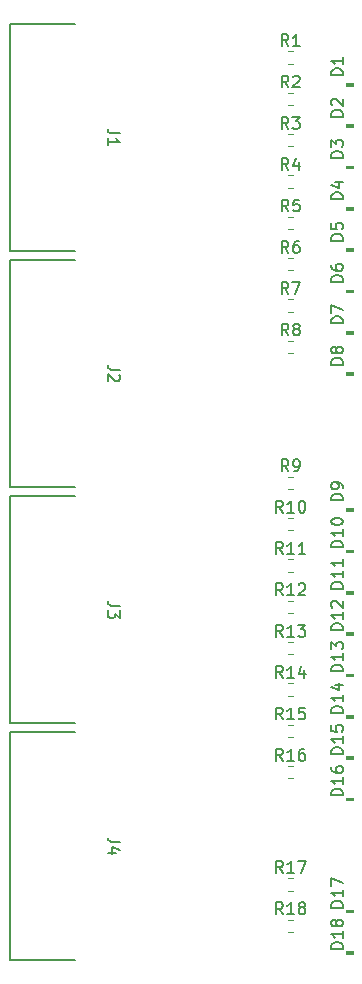
<source format=gbr>
%TF.GenerationSoftware,KiCad,Pcbnew,9.0.6*%
%TF.CreationDate,2025-12-05T19:39:21+03:00*%
%TF.ProjectId,PM_LED-18,504d5f4c-4544-42d3-9138-2e6b69636164,rev?*%
%TF.SameCoordinates,Original*%
%TF.FileFunction,Legend,Top*%
%TF.FilePolarity,Positive*%
%FSLAX46Y46*%
G04 Gerber Fmt 4.6, Leading zero omitted, Abs format (unit mm)*
G04 Created by KiCad (PCBNEW 9.0.6) date 2025-12-05 19:39:21*
%MOMM*%
%LPD*%
G01*
G04 APERTURE LIST*
%ADD10C,0.150000*%
%ADD11C,0.120000*%
%ADD12C,0.100000*%
%ADD13C,0.152400*%
G04 APERTURE END LIST*
D10*
X8833333Y23725181D02*
X8500000Y24201372D01*
X8261905Y23725181D02*
X8261905Y24725181D01*
X8261905Y24725181D02*
X8642857Y24725181D01*
X8642857Y24725181D02*
X8738095Y24677562D01*
X8738095Y24677562D02*
X8785714Y24629943D01*
X8785714Y24629943D02*
X8833333Y24534705D01*
X8833333Y24534705D02*
X8833333Y24391848D01*
X8833333Y24391848D02*
X8785714Y24296610D01*
X8785714Y24296610D02*
X8738095Y24248991D01*
X8738095Y24248991D02*
X8642857Y24201372D01*
X8642857Y24201372D02*
X8261905Y24201372D01*
X9738095Y24725181D02*
X9261905Y24725181D01*
X9261905Y24725181D02*
X9214286Y24248991D01*
X9214286Y24248991D02*
X9261905Y24296610D01*
X9261905Y24296610D02*
X9357143Y24344229D01*
X9357143Y24344229D02*
X9595238Y24344229D01*
X9595238Y24344229D02*
X9690476Y24296610D01*
X9690476Y24296610D02*
X9738095Y24248991D01*
X9738095Y24248991D02*
X9785714Y24153753D01*
X9785714Y24153753D02*
X9785714Y23915658D01*
X9785714Y23915658D02*
X9738095Y23820420D01*
X9738095Y23820420D02*
X9690476Y23772800D01*
X9690476Y23772800D02*
X9595238Y23725181D01*
X9595238Y23725181D02*
X9357143Y23725181D01*
X9357143Y23725181D02*
X9261905Y23772800D01*
X9261905Y23772800D02*
X9214286Y23820420D01*
X13454819Y-11714285D02*
X12454819Y-11714285D01*
X12454819Y-11714285D02*
X12454819Y-11476190D01*
X12454819Y-11476190D02*
X12502438Y-11333333D01*
X12502438Y-11333333D02*
X12597676Y-11238095D01*
X12597676Y-11238095D02*
X12692914Y-11190476D01*
X12692914Y-11190476D02*
X12883390Y-11142857D01*
X12883390Y-11142857D02*
X13026247Y-11142857D01*
X13026247Y-11142857D02*
X13216723Y-11190476D01*
X13216723Y-11190476D02*
X13311961Y-11238095D01*
X13311961Y-11238095D02*
X13407200Y-11333333D01*
X13407200Y-11333333D02*
X13454819Y-11476190D01*
X13454819Y-11476190D02*
X13454819Y-11714285D01*
X13454819Y-10190476D02*
X13454819Y-10761904D01*
X13454819Y-10476190D02*
X12454819Y-10476190D01*
X12454819Y-10476190D02*
X12597676Y-10571428D01*
X12597676Y-10571428D02*
X12692914Y-10666666D01*
X12692914Y-10666666D02*
X12740533Y-10761904D01*
X12550057Y-9809523D02*
X12502438Y-9761904D01*
X12502438Y-9761904D02*
X12454819Y-9666666D01*
X12454819Y-9666666D02*
X12454819Y-9428571D01*
X12454819Y-9428571D02*
X12502438Y-9333333D01*
X12502438Y-9333333D02*
X12550057Y-9285714D01*
X12550057Y-9285714D02*
X12645295Y-9238095D01*
X12645295Y-9238095D02*
X12740533Y-9238095D01*
X12740533Y-9238095D02*
X12883390Y-9285714D01*
X12883390Y-9285714D02*
X13454819Y-9857142D01*
X13454819Y-9857142D02*
X13454819Y-9238095D01*
X8357142Y-1774819D02*
X8023809Y-1298628D01*
X7785714Y-1774819D02*
X7785714Y-774819D01*
X7785714Y-774819D02*
X8166666Y-774819D01*
X8166666Y-774819D02*
X8261904Y-822438D01*
X8261904Y-822438D02*
X8309523Y-870057D01*
X8309523Y-870057D02*
X8357142Y-965295D01*
X8357142Y-965295D02*
X8357142Y-1108152D01*
X8357142Y-1108152D02*
X8309523Y-1203390D01*
X8309523Y-1203390D02*
X8261904Y-1251009D01*
X8261904Y-1251009D02*
X8166666Y-1298628D01*
X8166666Y-1298628D02*
X7785714Y-1298628D01*
X9309523Y-1774819D02*
X8738095Y-1774819D01*
X9023809Y-1774819D02*
X9023809Y-774819D01*
X9023809Y-774819D02*
X8928571Y-917676D01*
X8928571Y-917676D02*
X8833333Y-1012914D01*
X8833333Y-1012914D02*
X8738095Y-1060533D01*
X9928571Y-774819D02*
X10023809Y-774819D01*
X10023809Y-774819D02*
X10119047Y-822438D01*
X10119047Y-822438D02*
X10166666Y-870057D01*
X10166666Y-870057D02*
X10214285Y-965295D01*
X10214285Y-965295D02*
X10261904Y-1155771D01*
X10261904Y-1155771D02*
X10261904Y-1393866D01*
X10261904Y-1393866D02*
X10214285Y-1584342D01*
X10214285Y-1584342D02*
X10166666Y-1679580D01*
X10166666Y-1679580D02*
X10119047Y-1727200D01*
X10119047Y-1727200D02*
X10023809Y-1774819D01*
X10023809Y-1774819D02*
X9928571Y-1774819D01*
X9928571Y-1774819D02*
X9833333Y-1727200D01*
X9833333Y-1727200D02*
X9785714Y-1679580D01*
X9785714Y-1679580D02*
X9738095Y-1584342D01*
X9738095Y-1584342D02*
X9690476Y-1393866D01*
X9690476Y-1393866D02*
X9690476Y-1155771D01*
X9690476Y-1155771D02*
X9738095Y-965295D01*
X9738095Y-965295D02*
X9785714Y-870057D01*
X9785714Y-870057D02*
X9833333Y-822438D01*
X9833333Y-822438D02*
X9928571Y-774819D01*
X13454819Y31761906D02*
X12454819Y31761906D01*
X12454819Y31761906D02*
X12454819Y32000001D01*
X12454819Y32000001D02*
X12502438Y32142858D01*
X12502438Y32142858D02*
X12597676Y32238096D01*
X12597676Y32238096D02*
X12692914Y32285715D01*
X12692914Y32285715D02*
X12883390Y32333334D01*
X12883390Y32333334D02*
X13026247Y32333334D01*
X13026247Y32333334D02*
X13216723Y32285715D01*
X13216723Y32285715D02*
X13311961Y32238096D01*
X13311961Y32238096D02*
X13407200Y32142858D01*
X13407200Y32142858D02*
X13454819Y32000001D01*
X13454819Y32000001D02*
X13454819Y31761906D01*
X12550057Y32714287D02*
X12502438Y32761906D01*
X12502438Y32761906D02*
X12454819Y32857144D01*
X12454819Y32857144D02*
X12454819Y33095239D01*
X12454819Y33095239D02*
X12502438Y33190477D01*
X12502438Y33190477D02*
X12550057Y33238096D01*
X12550057Y33238096D02*
X12645295Y33285715D01*
X12645295Y33285715D02*
X12740533Y33285715D01*
X12740533Y33285715D02*
X12883390Y33238096D01*
X12883390Y33238096D02*
X13454819Y32666668D01*
X13454819Y32666668D02*
X13454819Y33285715D01*
X13454819Y28261906D02*
X12454819Y28261906D01*
X12454819Y28261906D02*
X12454819Y28500001D01*
X12454819Y28500001D02*
X12502438Y28642858D01*
X12502438Y28642858D02*
X12597676Y28738096D01*
X12597676Y28738096D02*
X12692914Y28785715D01*
X12692914Y28785715D02*
X12883390Y28833334D01*
X12883390Y28833334D02*
X13026247Y28833334D01*
X13026247Y28833334D02*
X13216723Y28785715D01*
X13216723Y28785715D02*
X13311961Y28738096D01*
X13311961Y28738096D02*
X13407200Y28642858D01*
X13407200Y28642858D02*
X13454819Y28500001D01*
X13454819Y28500001D02*
X13454819Y28261906D01*
X12454819Y29166668D02*
X12454819Y29785715D01*
X12454819Y29785715D02*
X12835771Y29452382D01*
X12835771Y29452382D02*
X12835771Y29595239D01*
X12835771Y29595239D02*
X12883390Y29690477D01*
X12883390Y29690477D02*
X12931009Y29738096D01*
X12931009Y29738096D02*
X13026247Y29785715D01*
X13026247Y29785715D02*
X13264342Y29785715D01*
X13264342Y29785715D02*
X13359580Y29738096D01*
X13359580Y29738096D02*
X13407200Y29690477D01*
X13407200Y29690477D02*
X13454819Y29595239D01*
X13454819Y29595239D02*
X13454819Y29309525D01*
X13454819Y29309525D02*
X13407200Y29214287D01*
X13407200Y29214287D02*
X13359580Y29166668D01*
X8833333Y1725181D02*
X8500000Y2201372D01*
X8261905Y1725181D02*
X8261905Y2725181D01*
X8261905Y2725181D02*
X8642857Y2725181D01*
X8642857Y2725181D02*
X8738095Y2677562D01*
X8738095Y2677562D02*
X8785714Y2629943D01*
X8785714Y2629943D02*
X8833333Y2534705D01*
X8833333Y2534705D02*
X8833333Y2391848D01*
X8833333Y2391848D02*
X8785714Y2296610D01*
X8785714Y2296610D02*
X8738095Y2248991D01*
X8738095Y2248991D02*
X8642857Y2201372D01*
X8642857Y2201372D02*
X8261905Y2201372D01*
X9309524Y1725181D02*
X9500000Y1725181D01*
X9500000Y1725181D02*
X9595238Y1772800D01*
X9595238Y1772800D02*
X9642857Y1820420D01*
X9642857Y1820420D02*
X9738095Y1963277D01*
X9738095Y1963277D02*
X9785714Y2153753D01*
X9785714Y2153753D02*
X9785714Y2534705D01*
X9785714Y2534705D02*
X9738095Y2629943D01*
X9738095Y2629943D02*
X9690476Y2677562D01*
X9690476Y2677562D02*
X9595238Y2725181D01*
X9595238Y2725181D02*
X9404762Y2725181D01*
X9404762Y2725181D02*
X9309524Y2677562D01*
X9309524Y2677562D02*
X9261905Y2629943D01*
X9261905Y2629943D02*
X9214286Y2534705D01*
X9214286Y2534705D02*
X9214286Y2296610D01*
X9214286Y2296610D02*
X9261905Y2201372D01*
X9261905Y2201372D02*
X9309524Y2153753D01*
X9309524Y2153753D02*
X9404762Y2106134D01*
X9404762Y2106134D02*
X9595238Y2106134D01*
X9595238Y2106134D02*
X9690476Y2153753D01*
X9690476Y2153753D02*
X9738095Y2201372D01*
X9738095Y2201372D02*
X9785714Y2296610D01*
X8833333Y30725181D02*
X8500000Y31201372D01*
X8261905Y30725181D02*
X8261905Y31725181D01*
X8261905Y31725181D02*
X8642857Y31725181D01*
X8642857Y31725181D02*
X8738095Y31677562D01*
X8738095Y31677562D02*
X8785714Y31629943D01*
X8785714Y31629943D02*
X8833333Y31534705D01*
X8833333Y31534705D02*
X8833333Y31391848D01*
X8833333Y31391848D02*
X8785714Y31296610D01*
X8785714Y31296610D02*
X8738095Y31248991D01*
X8738095Y31248991D02*
X8642857Y31201372D01*
X8642857Y31201372D02*
X8261905Y31201372D01*
X9166667Y31725181D02*
X9785714Y31725181D01*
X9785714Y31725181D02*
X9452381Y31344229D01*
X9452381Y31344229D02*
X9595238Y31344229D01*
X9595238Y31344229D02*
X9690476Y31296610D01*
X9690476Y31296610D02*
X9738095Y31248991D01*
X9738095Y31248991D02*
X9785714Y31153753D01*
X9785714Y31153753D02*
X9785714Y30915658D01*
X9785714Y30915658D02*
X9738095Y30820420D01*
X9738095Y30820420D02*
X9690476Y30772800D01*
X9690476Y30772800D02*
X9595238Y30725181D01*
X9595238Y30725181D02*
X9309524Y30725181D01*
X9309524Y30725181D02*
X9214286Y30772800D01*
X9214286Y30772800D02*
X9166667Y30820420D01*
X8833333Y27225181D02*
X8500000Y27701372D01*
X8261905Y27225181D02*
X8261905Y28225181D01*
X8261905Y28225181D02*
X8642857Y28225181D01*
X8642857Y28225181D02*
X8738095Y28177562D01*
X8738095Y28177562D02*
X8785714Y28129943D01*
X8785714Y28129943D02*
X8833333Y28034705D01*
X8833333Y28034705D02*
X8833333Y27891848D01*
X8833333Y27891848D02*
X8785714Y27796610D01*
X8785714Y27796610D02*
X8738095Y27748991D01*
X8738095Y27748991D02*
X8642857Y27701372D01*
X8642857Y27701372D02*
X8261905Y27701372D01*
X9690476Y27891848D02*
X9690476Y27225181D01*
X9452381Y28272800D02*
X9214286Y27558515D01*
X9214286Y27558515D02*
X9833333Y27558515D01*
X-5454820Y30333334D02*
X-6169105Y30333334D01*
X-6169105Y30333334D02*
X-6311962Y30380953D01*
X-6311962Y30380953D02*
X-6407200Y30476191D01*
X-6407200Y30476191D02*
X-6454820Y30619048D01*
X-6454820Y30619048D02*
X-6454820Y30714286D01*
X-6454820Y29333334D02*
X-6454820Y29904762D01*
X-6454820Y29619048D02*
X-5454820Y29619048D01*
X-5454820Y29619048D02*
X-5597677Y29714286D01*
X-5597677Y29714286D02*
X-5692915Y29809524D01*
X-5692915Y29809524D02*
X-5740534Y29904762D01*
X8357142Y-8774819D02*
X8023809Y-8298628D01*
X7785714Y-8774819D02*
X7785714Y-7774819D01*
X7785714Y-7774819D02*
X8166666Y-7774819D01*
X8166666Y-7774819D02*
X8261904Y-7822438D01*
X8261904Y-7822438D02*
X8309523Y-7870057D01*
X8309523Y-7870057D02*
X8357142Y-7965295D01*
X8357142Y-7965295D02*
X8357142Y-8108152D01*
X8357142Y-8108152D02*
X8309523Y-8203390D01*
X8309523Y-8203390D02*
X8261904Y-8251009D01*
X8261904Y-8251009D02*
X8166666Y-8298628D01*
X8166666Y-8298628D02*
X7785714Y-8298628D01*
X9309523Y-8774819D02*
X8738095Y-8774819D01*
X9023809Y-8774819D02*
X9023809Y-7774819D01*
X9023809Y-7774819D02*
X8928571Y-7917676D01*
X8928571Y-7917676D02*
X8833333Y-8012914D01*
X8833333Y-8012914D02*
X8738095Y-8060533D01*
X9690476Y-7870057D02*
X9738095Y-7822438D01*
X9738095Y-7822438D02*
X9833333Y-7774819D01*
X9833333Y-7774819D02*
X10071428Y-7774819D01*
X10071428Y-7774819D02*
X10166666Y-7822438D01*
X10166666Y-7822438D02*
X10214285Y-7870057D01*
X10214285Y-7870057D02*
X10261904Y-7965295D01*
X10261904Y-7965295D02*
X10261904Y-8060533D01*
X10261904Y-8060533D02*
X10214285Y-8203390D01*
X10214285Y-8203390D02*
X9642857Y-8774819D01*
X9642857Y-8774819D02*
X10261904Y-8774819D01*
X13454819Y-4714285D02*
X12454819Y-4714285D01*
X12454819Y-4714285D02*
X12454819Y-4476190D01*
X12454819Y-4476190D02*
X12502438Y-4333333D01*
X12502438Y-4333333D02*
X12597676Y-4238095D01*
X12597676Y-4238095D02*
X12692914Y-4190476D01*
X12692914Y-4190476D02*
X12883390Y-4142857D01*
X12883390Y-4142857D02*
X13026247Y-4142857D01*
X13026247Y-4142857D02*
X13216723Y-4190476D01*
X13216723Y-4190476D02*
X13311961Y-4238095D01*
X13311961Y-4238095D02*
X13407200Y-4333333D01*
X13407200Y-4333333D02*
X13454819Y-4476190D01*
X13454819Y-4476190D02*
X13454819Y-4714285D01*
X13454819Y-3190476D02*
X13454819Y-3761904D01*
X13454819Y-3476190D02*
X12454819Y-3476190D01*
X12454819Y-3476190D02*
X12597676Y-3571428D01*
X12597676Y-3571428D02*
X12692914Y-3666666D01*
X12692914Y-3666666D02*
X12740533Y-3761904D01*
X12454819Y-2571428D02*
X12454819Y-2476190D01*
X12454819Y-2476190D02*
X12502438Y-2380952D01*
X12502438Y-2380952D02*
X12550057Y-2333333D01*
X12550057Y-2333333D02*
X12645295Y-2285714D01*
X12645295Y-2285714D02*
X12835771Y-2238095D01*
X12835771Y-2238095D02*
X13073866Y-2238095D01*
X13073866Y-2238095D02*
X13264342Y-2285714D01*
X13264342Y-2285714D02*
X13359580Y-2333333D01*
X13359580Y-2333333D02*
X13407200Y-2380952D01*
X13407200Y-2380952D02*
X13454819Y-2476190D01*
X13454819Y-2476190D02*
X13454819Y-2571428D01*
X13454819Y-2571428D02*
X13407200Y-2666666D01*
X13407200Y-2666666D02*
X13359580Y-2714285D01*
X13359580Y-2714285D02*
X13264342Y-2761904D01*
X13264342Y-2761904D02*
X13073866Y-2809523D01*
X13073866Y-2809523D02*
X12835771Y-2809523D01*
X12835771Y-2809523D02*
X12645295Y-2761904D01*
X12645295Y-2761904D02*
X12550057Y-2714285D01*
X12550057Y-2714285D02*
X12502438Y-2666666D01*
X12502438Y-2666666D02*
X12454819Y-2571428D01*
X8357142Y-15774819D02*
X8023809Y-15298628D01*
X7785714Y-15774819D02*
X7785714Y-14774819D01*
X7785714Y-14774819D02*
X8166666Y-14774819D01*
X8166666Y-14774819D02*
X8261904Y-14822438D01*
X8261904Y-14822438D02*
X8309523Y-14870057D01*
X8309523Y-14870057D02*
X8357142Y-14965295D01*
X8357142Y-14965295D02*
X8357142Y-15108152D01*
X8357142Y-15108152D02*
X8309523Y-15203390D01*
X8309523Y-15203390D02*
X8261904Y-15251009D01*
X8261904Y-15251009D02*
X8166666Y-15298628D01*
X8166666Y-15298628D02*
X7785714Y-15298628D01*
X9309523Y-15774819D02*
X8738095Y-15774819D01*
X9023809Y-15774819D02*
X9023809Y-14774819D01*
X9023809Y-14774819D02*
X8928571Y-14917676D01*
X8928571Y-14917676D02*
X8833333Y-15012914D01*
X8833333Y-15012914D02*
X8738095Y-15060533D01*
X10166666Y-15108152D02*
X10166666Y-15774819D01*
X9928571Y-14727200D02*
X9690476Y-15441485D01*
X9690476Y-15441485D02*
X10309523Y-15441485D01*
X13454819Y10761906D02*
X12454819Y10761906D01*
X12454819Y10761906D02*
X12454819Y11000001D01*
X12454819Y11000001D02*
X12502438Y11142858D01*
X12502438Y11142858D02*
X12597676Y11238096D01*
X12597676Y11238096D02*
X12692914Y11285715D01*
X12692914Y11285715D02*
X12883390Y11333334D01*
X12883390Y11333334D02*
X13026247Y11333334D01*
X13026247Y11333334D02*
X13216723Y11285715D01*
X13216723Y11285715D02*
X13311961Y11238096D01*
X13311961Y11238096D02*
X13407200Y11142858D01*
X13407200Y11142858D02*
X13454819Y11000001D01*
X13454819Y11000001D02*
X13454819Y10761906D01*
X12883390Y11904763D02*
X12835771Y11809525D01*
X12835771Y11809525D02*
X12788152Y11761906D01*
X12788152Y11761906D02*
X12692914Y11714287D01*
X12692914Y11714287D02*
X12645295Y11714287D01*
X12645295Y11714287D02*
X12550057Y11761906D01*
X12550057Y11761906D02*
X12502438Y11809525D01*
X12502438Y11809525D02*
X12454819Y11904763D01*
X12454819Y11904763D02*
X12454819Y12095239D01*
X12454819Y12095239D02*
X12502438Y12190477D01*
X12502438Y12190477D02*
X12550057Y12238096D01*
X12550057Y12238096D02*
X12645295Y12285715D01*
X12645295Y12285715D02*
X12692914Y12285715D01*
X12692914Y12285715D02*
X12788152Y12238096D01*
X12788152Y12238096D02*
X12835771Y12190477D01*
X12835771Y12190477D02*
X12883390Y12095239D01*
X12883390Y12095239D02*
X12883390Y11904763D01*
X12883390Y11904763D02*
X12931009Y11809525D01*
X12931009Y11809525D02*
X12978628Y11761906D01*
X12978628Y11761906D02*
X13073866Y11714287D01*
X13073866Y11714287D02*
X13264342Y11714287D01*
X13264342Y11714287D02*
X13359580Y11761906D01*
X13359580Y11761906D02*
X13407200Y11809525D01*
X13407200Y11809525D02*
X13454819Y11904763D01*
X13454819Y11904763D02*
X13454819Y12095239D01*
X13454819Y12095239D02*
X13407200Y12190477D01*
X13407200Y12190477D02*
X13359580Y12238096D01*
X13359580Y12238096D02*
X13264342Y12285715D01*
X13264342Y12285715D02*
X13073866Y12285715D01*
X13073866Y12285715D02*
X12978628Y12238096D01*
X12978628Y12238096D02*
X12931009Y12190477D01*
X12931009Y12190477D02*
X12883390Y12095239D01*
X13454819Y-35214285D02*
X12454819Y-35214285D01*
X12454819Y-35214285D02*
X12454819Y-34976190D01*
X12454819Y-34976190D02*
X12502438Y-34833333D01*
X12502438Y-34833333D02*
X12597676Y-34738095D01*
X12597676Y-34738095D02*
X12692914Y-34690476D01*
X12692914Y-34690476D02*
X12883390Y-34642857D01*
X12883390Y-34642857D02*
X13026247Y-34642857D01*
X13026247Y-34642857D02*
X13216723Y-34690476D01*
X13216723Y-34690476D02*
X13311961Y-34738095D01*
X13311961Y-34738095D02*
X13407200Y-34833333D01*
X13407200Y-34833333D02*
X13454819Y-34976190D01*
X13454819Y-34976190D02*
X13454819Y-35214285D01*
X13454819Y-33690476D02*
X13454819Y-34261904D01*
X13454819Y-33976190D02*
X12454819Y-33976190D01*
X12454819Y-33976190D02*
X12597676Y-34071428D01*
X12597676Y-34071428D02*
X12692914Y-34166666D01*
X12692914Y-34166666D02*
X12740533Y-34261904D01*
X12454819Y-33357142D02*
X12454819Y-32690476D01*
X12454819Y-32690476D02*
X13454819Y-33119047D01*
X8357142Y-32274819D02*
X8023809Y-31798628D01*
X7785714Y-32274819D02*
X7785714Y-31274819D01*
X7785714Y-31274819D02*
X8166666Y-31274819D01*
X8166666Y-31274819D02*
X8261904Y-31322438D01*
X8261904Y-31322438D02*
X8309523Y-31370057D01*
X8309523Y-31370057D02*
X8357142Y-31465295D01*
X8357142Y-31465295D02*
X8357142Y-31608152D01*
X8357142Y-31608152D02*
X8309523Y-31703390D01*
X8309523Y-31703390D02*
X8261904Y-31751009D01*
X8261904Y-31751009D02*
X8166666Y-31798628D01*
X8166666Y-31798628D02*
X7785714Y-31798628D01*
X9309523Y-32274819D02*
X8738095Y-32274819D01*
X9023809Y-32274819D02*
X9023809Y-31274819D01*
X9023809Y-31274819D02*
X8928571Y-31417676D01*
X8928571Y-31417676D02*
X8833333Y-31512914D01*
X8833333Y-31512914D02*
X8738095Y-31560533D01*
X9642857Y-31274819D02*
X10309523Y-31274819D01*
X10309523Y-31274819D02*
X9880952Y-32274819D01*
X13454819Y-738094D02*
X12454819Y-738094D01*
X12454819Y-738094D02*
X12454819Y-499999D01*
X12454819Y-499999D02*
X12502438Y-357142D01*
X12502438Y-357142D02*
X12597676Y-261904D01*
X12597676Y-261904D02*
X12692914Y-214285D01*
X12692914Y-214285D02*
X12883390Y-166666D01*
X12883390Y-166666D02*
X13026247Y-166666D01*
X13026247Y-166666D02*
X13216723Y-214285D01*
X13216723Y-214285D02*
X13311961Y-261904D01*
X13311961Y-261904D02*
X13407200Y-357142D01*
X13407200Y-357142D02*
X13454819Y-499999D01*
X13454819Y-499999D02*
X13454819Y-738094D01*
X13454819Y309525D02*
X13454819Y500001D01*
X13454819Y500001D02*
X13407200Y595239D01*
X13407200Y595239D02*
X13359580Y642858D01*
X13359580Y642858D02*
X13216723Y738096D01*
X13216723Y738096D02*
X13026247Y785715D01*
X13026247Y785715D02*
X12645295Y785715D01*
X12645295Y785715D02*
X12550057Y738096D01*
X12550057Y738096D02*
X12502438Y690477D01*
X12502438Y690477D02*
X12454819Y595239D01*
X12454819Y595239D02*
X12454819Y404763D01*
X12454819Y404763D02*
X12502438Y309525D01*
X12502438Y309525D02*
X12550057Y261906D01*
X12550057Y261906D02*
X12645295Y214287D01*
X12645295Y214287D02*
X12883390Y214287D01*
X12883390Y214287D02*
X12978628Y261906D01*
X12978628Y261906D02*
X13026247Y309525D01*
X13026247Y309525D02*
X13073866Y404763D01*
X13073866Y404763D02*
X13073866Y595239D01*
X13073866Y595239D02*
X13026247Y690477D01*
X13026247Y690477D02*
X12978628Y738096D01*
X12978628Y738096D02*
X12883390Y785715D01*
X8833333Y16725181D02*
X8500000Y17201372D01*
X8261905Y16725181D02*
X8261905Y17725181D01*
X8261905Y17725181D02*
X8642857Y17725181D01*
X8642857Y17725181D02*
X8738095Y17677562D01*
X8738095Y17677562D02*
X8785714Y17629943D01*
X8785714Y17629943D02*
X8833333Y17534705D01*
X8833333Y17534705D02*
X8833333Y17391848D01*
X8833333Y17391848D02*
X8785714Y17296610D01*
X8785714Y17296610D02*
X8738095Y17248991D01*
X8738095Y17248991D02*
X8642857Y17201372D01*
X8642857Y17201372D02*
X8261905Y17201372D01*
X9166667Y17725181D02*
X9833333Y17725181D01*
X9833333Y17725181D02*
X9404762Y16725181D01*
X8357142Y-35774819D02*
X8023809Y-35298628D01*
X7785714Y-35774819D02*
X7785714Y-34774819D01*
X7785714Y-34774819D02*
X8166666Y-34774819D01*
X8166666Y-34774819D02*
X8261904Y-34822438D01*
X8261904Y-34822438D02*
X8309523Y-34870057D01*
X8309523Y-34870057D02*
X8357142Y-34965295D01*
X8357142Y-34965295D02*
X8357142Y-35108152D01*
X8357142Y-35108152D02*
X8309523Y-35203390D01*
X8309523Y-35203390D02*
X8261904Y-35251009D01*
X8261904Y-35251009D02*
X8166666Y-35298628D01*
X8166666Y-35298628D02*
X7785714Y-35298628D01*
X9309523Y-35774819D02*
X8738095Y-35774819D01*
X9023809Y-35774819D02*
X9023809Y-34774819D01*
X9023809Y-34774819D02*
X8928571Y-34917676D01*
X8928571Y-34917676D02*
X8833333Y-35012914D01*
X8833333Y-35012914D02*
X8738095Y-35060533D01*
X9880952Y-35203390D02*
X9785714Y-35155771D01*
X9785714Y-35155771D02*
X9738095Y-35108152D01*
X9738095Y-35108152D02*
X9690476Y-35012914D01*
X9690476Y-35012914D02*
X9690476Y-34965295D01*
X9690476Y-34965295D02*
X9738095Y-34870057D01*
X9738095Y-34870057D02*
X9785714Y-34822438D01*
X9785714Y-34822438D02*
X9880952Y-34774819D01*
X9880952Y-34774819D02*
X10071428Y-34774819D01*
X10071428Y-34774819D02*
X10166666Y-34822438D01*
X10166666Y-34822438D02*
X10214285Y-34870057D01*
X10214285Y-34870057D02*
X10261904Y-34965295D01*
X10261904Y-34965295D02*
X10261904Y-35012914D01*
X10261904Y-35012914D02*
X10214285Y-35108152D01*
X10214285Y-35108152D02*
X10166666Y-35155771D01*
X10166666Y-35155771D02*
X10071428Y-35203390D01*
X10071428Y-35203390D02*
X9880952Y-35203390D01*
X9880952Y-35203390D02*
X9785714Y-35251009D01*
X9785714Y-35251009D02*
X9738095Y-35298628D01*
X9738095Y-35298628D02*
X9690476Y-35393866D01*
X9690476Y-35393866D02*
X9690476Y-35584342D01*
X9690476Y-35584342D02*
X9738095Y-35679580D01*
X9738095Y-35679580D02*
X9785714Y-35727200D01*
X9785714Y-35727200D02*
X9880952Y-35774819D01*
X9880952Y-35774819D02*
X10071428Y-35774819D01*
X10071428Y-35774819D02*
X10166666Y-35727200D01*
X10166666Y-35727200D02*
X10214285Y-35679580D01*
X10214285Y-35679580D02*
X10261904Y-35584342D01*
X10261904Y-35584342D02*
X10261904Y-35393866D01*
X10261904Y-35393866D02*
X10214285Y-35298628D01*
X10214285Y-35298628D02*
X10166666Y-35251009D01*
X10166666Y-35251009D02*
X10071428Y-35203390D01*
X8357142Y-19274819D02*
X8023809Y-18798628D01*
X7785714Y-19274819D02*
X7785714Y-18274819D01*
X7785714Y-18274819D02*
X8166666Y-18274819D01*
X8166666Y-18274819D02*
X8261904Y-18322438D01*
X8261904Y-18322438D02*
X8309523Y-18370057D01*
X8309523Y-18370057D02*
X8357142Y-18465295D01*
X8357142Y-18465295D02*
X8357142Y-18608152D01*
X8357142Y-18608152D02*
X8309523Y-18703390D01*
X8309523Y-18703390D02*
X8261904Y-18751009D01*
X8261904Y-18751009D02*
X8166666Y-18798628D01*
X8166666Y-18798628D02*
X7785714Y-18798628D01*
X9309523Y-19274819D02*
X8738095Y-19274819D01*
X9023809Y-19274819D02*
X9023809Y-18274819D01*
X9023809Y-18274819D02*
X8928571Y-18417676D01*
X8928571Y-18417676D02*
X8833333Y-18512914D01*
X8833333Y-18512914D02*
X8738095Y-18560533D01*
X10214285Y-18274819D02*
X9738095Y-18274819D01*
X9738095Y-18274819D02*
X9690476Y-18751009D01*
X9690476Y-18751009D02*
X9738095Y-18703390D01*
X9738095Y-18703390D02*
X9833333Y-18655771D01*
X9833333Y-18655771D02*
X10071428Y-18655771D01*
X10071428Y-18655771D02*
X10166666Y-18703390D01*
X10166666Y-18703390D02*
X10214285Y-18751009D01*
X10214285Y-18751009D02*
X10261904Y-18846247D01*
X10261904Y-18846247D02*
X10261904Y-19084342D01*
X10261904Y-19084342D02*
X10214285Y-19179580D01*
X10214285Y-19179580D02*
X10166666Y-19227200D01*
X10166666Y-19227200D02*
X10071428Y-19274819D01*
X10071428Y-19274819D02*
X9833333Y-19274819D01*
X9833333Y-19274819D02*
X9738095Y-19227200D01*
X9738095Y-19227200D02*
X9690476Y-19179580D01*
X8357142Y-22774819D02*
X8023809Y-22298628D01*
X7785714Y-22774819D02*
X7785714Y-21774819D01*
X7785714Y-21774819D02*
X8166666Y-21774819D01*
X8166666Y-21774819D02*
X8261904Y-21822438D01*
X8261904Y-21822438D02*
X8309523Y-21870057D01*
X8309523Y-21870057D02*
X8357142Y-21965295D01*
X8357142Y-21965295D02*
X8357142Y-22108152D01*
X8357142Y-22108152D02*
X8309523Y-22203390D01*
X8309523Y-22203390D02*
X8261904Y-22251009D01*
X8261904Y-22251009D02*
X8166666Y-22298628D01*
X8166666Y-22298628D02*
X7785714Y-22298628D01*
X9309523Y-22774819D02*
X8738095Y-22774819D01*
X9023809Y-22774819D02*
X9023809Y-21774819D01*
X9023809Y-21774819D02*
X8928571Y-21917676D01*
X8928571Y-21917676D02*
X8833333Y-22012914D01*
X8833333Y-22012914D02*
X8738095Y-22060533D01*
X10166666Y-21774819D02*
X9976190Y-21774819D01*
X9976190Y-21774819D02*
X9880952Y-21822438D01*
X9880952Y-21822438D02*
X9833333Y-21870057D01*
X9833333Y-21870057D02*
X9738095Y-22012914D01*
X9738095Y-22012914D02*
X9690476Y-22203390D01*
X9690476Y-22203390D02*
X9690476Y-22584342D01*
X9690476Y-22584342D02*
X9738095Y-22679580D01*
X9738095Y-22679580D02*
X9785714Y-22727200D01*
X9785714Y-22727200D02*
X9880952Y-22774819D01*
X9880952Y-22774819D02*
X10071428Y-22774819D01*
X10071428Y-22774819D02*
X10166666Y-22727200D01*
X10166666Y-22727200D02*
X10214285Y-22679580D01*
X10214285Y-22679580D02*
X10261904Y-22584342D01*
X10261904Y-22584342D02*
X10261904Y-22346247D01*
X10261904Y-22346247D02*
X10214285Y-22251009D01*
X10214285Y-22251009D02*
X10166666Y-22203390D01*
X10166666Y-22203390D02*
X10071428Y-22155771D01*
X10071428Y-22155771D02*
X9880952Y-22155771D01*
X9880952Y-22155771D02*
X9785714Y-22203390D01*
X9785714Y-22203390D02*
X9738095Y-22251009D01*
X9738095Y-22251009D02*
X9690476Y-22346247D01*
X13454819Y-8214285D02*
X12454819Y-8214285D01*
X12454819Y-8214285D02*
X12454819Y-7976190D01*
X12454819Y-7976190D02*
X12502438Y-7833333D01*
X12502438Y-7833333D02*
X12597676Y-7738095D01*
X12597676Y-7738095D02*
X12692914Y-7690476D01*
X12692914Y-7690476D02*
X12883390Y-7642857D01*
X12883390Y-7642857D02*
X13026247Y-7642857D01*
X13026247Y-7642857D02*
X13216723Y-7690476D01*
X13216723Y-7690476D02*
X13311961Y-7738095D01*
X13311961Y-7738095D02*
X13407200Y-7833333D01*
X13407200Y-7833333D02*
X13454819Y-7976190D01*
X13454819Y-7976190D02*
X13454819Y-8214285D01*
X13454819Y-6690476D02*
X13454819Y-7261904D01*
X13454819Y-6976190D02*
X12454819Y-6976190D01*
X12454819Y-6976190D02*
X12597676Y-7071428D01*
X12597676Y-7071428D02*
X12692914Y-7166666D01*
X12692914Y-7166666D02*
X12740533Y-7261904D01*
X13454819Y-5738095D02*
X13454819Y-6309523D01*
X13454819Y-6023809D02*
X12454819Y-6023809D01*
X12454819Y-6023809D02*
X12597676Y-6119047D01*
X12597676Y-6119047D02*
X12692914Y-6214285D01*
X12692914Y-6214285D02*
X12740533Y-6309523D01*
X13454819Y14261906D02*
X12454819Y14261906D01*
X12454819Y14261906D02*
X12454819Y14500001D01*
X12454819Y14500001D02*
X12502438Y14642858D01*
X12502438Y14642858D02*
X12597676Y14738096D01*
X12597676Y14738096D02*
X12692914Y14785715D01*
X12692914Y14785715D02*
X12883390Y14833334D01*
X12883390Y14833334D02*
X13026247Y14833334D01*
X13026247Y14833334D02*
X13216723Y14785715D01*
X13216723Y14785715D02*
X13311961Y14738096D01*
X13311961Y14738096D02*
X13407200Y14642858D01*
X13407200Y14642858D02*
X13454819Y14500001D01*
X13454819Y14500001D02*
X13454819Y14261906D01*
X12454819Y15166668D02*
X12454819Y15833334D01*
X12454819Y15833334D02*
X13454819Y15404763D01*
X13454819Y35261906D02*
X12454819Y35261906D01*
X12454819Y35261906D02*
X12454819Y35500001D01*
X12454819Y35500001D02*
X12502438Y35642858D01*
X12502438Y35642858D02*
X12597676Y35738096D01*
X12597676Y35738096D02*
X12692914Y35785715D01*
X12692914Y35785715D02*
X12883390Y35833334D01*
X12883390Y35833334D02*
X13026247Y35833334D01*
X13026247Y35833334D02*
X13216723Y35785715D01*
X13216723Y35785715D02*
X13311961Y35738096D01*
X13311961Y35738096D02*
X13407200Y35642858D01*
X13407200Y35642858D02*
X13454819Y35500001D01*
X13454819Y35500001D02*
X13454819Y35261906D01*
X13454819Y36785715D02*
X13454819Y36214287D01*
X13454819Y36500001D02*
X12454819Y36500001D01*
X12454819Y36500001D02*
X12597676Y36404763D01*
X12597676Y36404763D02*
X12692914Y36309525D01*
X12692914Y36309525D02*
X12740533Y36214287D01*
X13454819Y24761906D02*
X12454819Y24761906D01*
X12454819Y24761906D02*
X12454819Y25000001D01*
X12454819Y25000001D02*
X12502438Y25142858D01*
X12502438Y25142858D02*
X12597676Y25238096D01*
X12597676Y25238096D02*
X12692914Y25285715D01*
X12692914Y25285715D02*
X12883390Y25333334D01*
X12883390Y25333334D02*
X13026247Y25333334D01*
X13026247Y25333334D02*
X13216723Y25285715D01*
X13216723Y25285715D02*
X13311961Y25238096D01*
X13311961Y25238096D02*
X13407200Y25142858D01*
X13407200Y25142858D02*
X13454819Y25000001D01*
X13454819Y25000001D02*
X13454819Y24761906D01*
X12788152Y26190477D02*
X13454819Y26190477D01*
X12407200Y25952382D02*
X13121485Y25714287D01*
X13121485Y25714287D02*
X13121485Y26333334D01*
X8833333Y13225181D02*
X8500000Y13701372D01*
X8261905Y13225181D02*
X8261905Y14225181D01*
X8261905Y14225181D02*
X8642857Y14225181D01*
X8642857Y14225181D02*
X8738095Y14177562D01*
X8738095Y14177562D02*
X8785714Y14129943D01*
X8785714Y14129943D02*
X8833333Y14034705D01*
X8833333Y14034705D02*
X8833333Y13891848D01*
X8833333Y13891848D02*
X8785714Y13796610D01*
X8785714Y13796610D02*
X8738095Y13748991D01*
X8738095Y13748991D02*
X8642857Y13701372D01*
X8642857Y13701372D02*
X8261905Y13701372D01*
X9404762Y13796610D02*
X9309524Y13844229D01*
X9309524Y13844229D02*
X9261905Y13891848D01*
X9261905Y13891848D02*
X9214286Y13987086D01*
X9214286Y13987086D02*
X9214286Y14034705D01*
X9214286Y14034705D02*
X9261905Y14129943D01*
X9261905Y14129943D02*
X9309524Y14177562D01*
X9309524Y14177562D02*
X9404762Y14225181D01*
X9404762Y14225181D02*
X9595238Y14225181D01*
X9595238Y14225181D02*
X9690476Y14177562D01*
X9690476Y14177562D02*
X9738095Y14129943D01*
X9738095Y14129943D02*
X9785714Y14034705D01*
X9785714Y14034705D02*
X9785714Y13987086D01*
X9785714Y13987086D02*
X9738095Y13891848D01*
X9738095Y13891848D02*
X9690476Y13844229D01*
X9690476Y13844229D02*
X9595238Y13796610D01*
X9595238Y13796610D02*
X9404762Y13796610D01*
X9404762Y13796610D02*
X9309524Y13748991D01*
X9309524Y13748991D02*
X9261905Y13701372D01*
X9261905Y13701372D02*
X9214286Y13606134D01*
X9214286Y13606134D02*
X9214286Y13415658D01*
X9214286Y13415658D02*
X9261905Y13320420D01*
X9261905Y13320420D02*
X9309524Y13272800D01*
X9309524Y13272800D02*
X9404762Y13225181D01*
X9404762Y13225181D02*
X9595238Y13225181D01*
X9595238Y13225181D02*
X9690476Y13272800D01*
X9690476Y13272800D02*
X9738095Y13320420D01*
X9738095Y13320420D02*
X9785714Y13415658D01*
X9785714Y13415658D02*
X9785714Y13606134D01*
X9785714Y13606134D02*
X9738095Y13701372D01*
X9738095Y13701372D02*
X9690476Y13748991D01*
X9690476Y13748991D02*
X9595238Y13796610D01*
X13454819Y-25714285D02*
X12454819Y-25714285D01*
X12454819Y-25714285D02*
X12454819Y-25476190D01*
X12454819Y-25476190D02*
X12502438Y-25333333D01*
X12502438Y-25333333D02*
X12597676Y-25238095D01*
X12597676Y-25238095D02*
X12692914Y-25190476D01*
X12692914Y-25190476D02*
X12883390Y-25142857D01*
X12883390Y-25142857D02*
X13026247Y-25142857D01*
X13026247Y-25142857D02*
X13216723Y-25190476D01*
X13216723Y-25190476D02*
X13311961Y-25238095D01*
X13311961Y-25238095D02*
X13407200Y-25333333D01*
X13407200Y-25333333D02*
X13454819Y-25476190D01*
X13454819Y-25476190D02*
X13454819Y-25714285D01*
X13454819Y-24190476D02*
X13454819Y-24761904D01*
X13454819Y-24476190D02*
X12454819Y-24476190D01*
X12454819Y-24476190D02*
X12597676Y-24571428D01*
X12597676Y-24571428D02*
X12692914Y-24666666D01*
X12692914Y-24666666D02*
X12740533Y-24761904D01*
X12454819Y-23333333D02*
X12454819Y-23523809D01*
X12454819Y-23523809D02*
X12502438Y-23619047D01*
X12502438Y-23619047D02*
X12550057Y-23666666D01*
X12550057Y-23666666D02*
X12692914Y-23761904D01*
X12692914Y-23761904D02*
X12883390Y-23809523D01*
X12883390Y-23809523D02*
X13264342Y-23809523D01*
X13264342Y-23809523D02*
X13359580Y-23761904D01*
X13359580Y-23761904D02*
X13407200Y-23714285D01*
X13407200Y-23714285D02*
X13454819Y-23619047D01*
X13454819Y-23619047D02*
X13454819Y-23428571D01*
X13454819Y-23428571D02*
X13407200Y-23333333D01*
X13407200Y-23333333D02*
X13359580Y-23285714D01*
X13359580Y-23285714D02*
X13264342Y-23238095D01*
X13264342Y-23238095D02*
X13026247Y-23238095D01*
X13026247Y-23238095D02*
X12931009Y-23285714D01*
X12931009Y-23285714D02*
X12883390Y-23333333D01*
X12883390Y-23333333D02*
X12835771Y-23428571D01*
X12835771Y-23428571D02*
X12835771Y-23619047D01*
X12835771Y-23619047D02*
X12883390Y-23714285D01*
X12883390Y-23714285D02*
X12931009Y-23761904D01*
X12931009Y-23761904D02*
X13026247Y-23809523D01*
X8357142Y-5274819D02*
X8023809Y-4798628D01*
X7785714Y-5274819D02*
X7785714Y-4274819D01*
X7785714Y-4274819D02*
X8166666Y-4274819D01*
X8166666Y-4274819D02*
X8261904Y-4322438D01*
X8261904Y-4322438D02*
X8309523Y-4370057D01*
X8309523Y-4370057D02*
X8357142Y-4465295D01*
X8357142Y-4465295D02*
X8357142Y-4608152D01*
X8357142Y-4608152D02*
X8309523Y-4703390D01*
X8309523Y-4703390D02*
X8261904Y-4751009D01*
X8261904Y-4751009D02*
X8166666Y-4798628D01*
X8166666Y-4798628D02*
X7785714Y-4798628D01*
X9309523Y-5274819D02*
X8738095Y-5274819D01*
X9023809Y-5274819D02*
X9023809Y-4274819D01*
X9023809Y-4274819D02*
X8928571Y-4417676D01*
X8928571Y-4417676D02*
X8833333Y-4512914D01*
X8833333Y-4512914D02*
X8738095Y-4560533D01*
X10261904Y-5274819D02*
X9690476Y-5274819D01*
X9976190Y-5274819D02*
X9976190Y-4274819D01*
X9976190Y-4274819D02*
X9880952Y-4417676D01*
X9880952Y-4417676D02*
X9785714Y-4512914D01*
X9785714Y-4512914D02*
X9690476Y-4560533D01*
X8833333Y20225181D02*
X8500000Y20701372D01*
X8261905Y20225181D02*
X8261905Y21225181D01*
X8261905Y21225181D02*
X8642857Y21225181D01*
X8642857Y21225181D02*
X8738095Y21177562D01*
X8738095Y21177562D02*
X8785714Y21129943D01*
X8785714Y21129943D02*
X8833333Y21034705D01*
X8833333Y21034705D02*
X8833333Y20891848D01*
X8833333Y20891848D02*
X8785714Y20796610D01*
X8785714Y20796610D02*
X8738095Y20748991D01*
X8738095Y20748991D02*
X8642857Y20701372D01*
X8642857Y20701372D02*
X8261905Y20701372D01*
X9690476Y21225181D02*
X9500000Y21225181D01*
X9500000Y21225181D02*
X9404762Y21177562D01*
X9404762Y21177562D02*
X9357143Y21129943D01*
X9357143Y21129943D02*
X9261905Y20987086D01*
X9261905Y20987086D02*
X9214286Y20796610D01*
X9214286Y20796610D02*
X9214286Y20415658D01*
X9214286Y20415658D02*
X9261905Y20320420D01*
X9261905Y20320420D02*
X9309524Y20272800D01*
X9309524Y20272800D02*
X9404762Y20225181D01*
X9404762Y20225181D02*
X9595238Y20225181D01*
X9595238Y20225181D02*
X9690476Y20272800D01*
X9690476Y20272800D02*
X9738095Y20320420D01*
X9738095Y20320420D02*
X9785714Y20415658D01*
X9785714Y20415658D02*
X9785714Y20653753D01*
X9785714Y20653753D02*
X9738095Y20748991D01*
X9738095Y20748991D02*
X9690476Y20796610D01*
X9690476Y20796610D02*
X9595238Y20844229D01*
X9595238Y20844229D02*
X9404762Y20844229D01*
X9404762Y20844229D02*
X9309524Y20796610D01*
X9309524Y20796610D02*
X9261905Y20748991D01*
X9261905Y20748991D02*
X9214286Y20653753D01*
X8357142Y-12274819D02*
X8023809Y-11798628D01*
X7785714Y-12274819D02*
X7785714Y-11274819D01*
X7785714Y-11274819D02*
X8166666Y-11274819D01*
X8166666Y-11274819D02*
X8261904Y-11322438D01*
X8261904Y-11322438D02*
X8309523Y-11370057D01*
X8309523Y-11370057D02*
X8357142Y-11465295D01*
X8357142Y-11465295D02*
X8357142Y-11608152D01*
X8357142Y-11608152D02*
X8309523Y-11703390D01*
X8309523Y-11703390D02*
X8261904Y-11751009D01*
X8261904Y-11751009D02*
X8166666Y-11798628D01*
X8166666Y-11798628D02*
X7785714Y-11798628D01*
X9309523Y-12274819D02*
X8738095Y-12274819D01*
X9023809Y-12274819D02*
X9023809Y-11274819D01*
X9023809Y-11274819D02*
X8928571Y-11417676D01*
X8928571Y-11417676D02*
X8833333Y-11512914D01*
X8833333Y-11512914D02*
X8738095Y-11560533D01*
X9642857Y-11274819D02*
X10261904Y-11274819D01*
X10261904Y-11274819D02*
X9928571Y-11655771D01*
X9928571Y-11655771D02*
X10071428Y-11655771D01*
X10071428Y-11655771D02*
X10166666Y-11703390D01*
X10166666Y-11703390D02*
X10214285Y-11751009D01*
X10214285Y-11751009D02*
X10261904Y-11846247D01*
X10261904Y-11846247D02*
X10261904Y-12084342D01*
X10261904Y-12084342D02*
X10214285Y-12179580D01*
X10214285Y-12179580D02*
X10166666Y-12227200D01*
X10166666Y-12227200D02*
X10071428Y-12274819D01*
X10071428Y-12274819D02*
X9785714Y-12274819D01*
X9785714Y-12274819D02*
X9690476Y-12227200D01*
X9690476Y-12227200D02*
X9642857Y-12179580D01*
X13454819Y-22214285D02*
X12454819Y-22214285D01*
X12454819Y-22214285D02*
X12454819Y-21976190D01*
X12454819Y-21976190D02*
X12502438Y-21833333D01*
X12502438Y-21833333D02*
X12597676Y-21738095D01*
X12597676Y-21738095D02*
X12692914Y-21690476D01*
X12692914Y-21690476D02*
X12883390Y-21642857D01*
X12883390Y-21642857D02*
X13026247Y-21642857D01*
X13026247Y-21642857D02*
X13216723Y-21690476D01*
X13216723Y-21690476D02*
X13311961Y-21738095D01*
X13311961Y-21738095D02*
X13407200Y-21833333D01*
X13407200Y-21833333D02*
X13454819Y-21976190D01*
X13454819Y-21976190D02*
X13454819Y-22214285D01*
X13454819Y-20690476D02*
X13454819Y-21261904D01*
X13454819Y-20976190D02*
X12454819Y-20976190D01*
X12454819Y-20976190D02*
X12597676Y-21071428D01*
X12597676Y-21071428D02*
X12692914Y-21166666D01*
X12692914Y-21166666D02*
X12740533Y-21261904D01*
X12454819Y-19785714D02*
X12454819Y-20261904D01*
X12454819Y-20261904D02*
X12931009Y-20309523D01*
X12931009Y-20309523D02*
X12883390Y-20261904D01*
X12883390Y-20261904D02*
X12835771Y-20166666D01*
X12835771Y-20166666D02*
X12835771Y-19928571D01*
X12835771Y-19928571D02*
X12883390Y-19833333D01*
X12883390Y-19833333D02*
X12931009Y-19785714D01*
X12931009Y-19785714D02*
X13026247Y-19738095D01*
X13026247Y-19738095D02*
X13264342Y-19738095D01*
X13264342Y-19738095D02*
X13359580Y-19785714D01*
X13359580Y-19785714D02*
X13407200Y-19833333D01*
X13407200Y-19833333D02*
X13454819Y-19928571D01*
X13454819Y-19928571D02*
X13454819Y-20166666D01*
X13454819Y-20166666D02*
X13407200Y-20261904D01*
X13407200Y-20261904D02*
X13359580Y-20309523D01*
X-5454820Y-9666666D02*
X-6169105Y-9666666D01*
X-6169105Y-9666666D02*
X-6311962Y-9619047D01*
X-6311962Y-9619047D02*
X-6407200Y-9523809D01*
X-6407200Y-9523809D02*
X-6454820Y-9380952D01*
X-6454820Y-9380952D02*
X-6454820Y-9285714D01*
X-5454820Y-10047619D02*
X-5454820Y-10666666D01*
X-5454820Y-10666666D02*
X-5835772Y-10333333D01*
X-5835772Y-10333333D02*
X-5835772Y-10476190D01*
X-5835772Y-10476190D02*
X-5883391Y-10571428D01*
X-5883391Y-10571428D02*
X-5931010Y-10619047D01*
X-5931010Y-10619047D02*
X-6026248Y-10666666D01*
X-6026248Y-10666666D02*
X-6264343Y-10666666D01*
X-6264343Y-10666666D02*
X-6359581Y-10619047D01*
X-6359581Y-10619047D02*
X-6407200Y-10571428D01*
X-6407200Y-10571428D02*
X-6454820Y-10476190D01*
X-6454820Y-10476190D02*
X-6454820Y-10190476D01*
X-6454820Y-10190476D02*
X-6407200Y-10095238D01*
X-6407200Y-10095238D02*
X-6359581Y-10047619D01*
X8833333Y37725181D02*
X8500000Y38201372D01*
X8261905Y37725181D02*
X8261905Y38725181D01*
X8261905Y38725181D02*
X8642857Y38725181D01*
X8642857Y38725181D02*
X8738095Y38677562D01*
X8738095Y38677562D02*
X8785714Y38629943D01*
X8785714Y38629943D02*
X8833333Y38534705D01*
X8833333Y38534705D02*
X8833333Y38391848D01*
X8833333Y38391848D02*
X8785714Y38296610D01*
X8785714Y38296610D02*
X8738095Y38248991D01*
X8738095Y38248991D02*
X8642857Y38201372D01*
X8642857Y38201372D02*
X8261905Y38201372D01*
X9785714Y37725181D02*
X9214286Y37725181D01*
X9500000Y37725181D02*
X9500000Y38725181D01*
X9500000Y38725181D02*
X9404762Y38582324D01*
X9404762Y38582324D02*
X9309524Y38487086D01*
X9309524Y38487086D02*
X9214286Y38439467D01*
X13454819Y-38714285D02*
X12454819Y-38714285D01*
X12454819Y-38714285D02*
X12454819Y-38476190D01*
X12454819Y-38476190D02*
X12502438Y-38333333D01*
X12502438Y-38333333D02*
X12597676Y-38238095D01*
X12597676Y-38238095D02*
X12692914Y-38190476D01*
X12692914Y-38190476D02*
X12883390Y-38142857D01*
X12883390Y-38142857D02*
X13026247Y-38142857D01*
X13026247Y-38142857D02*
X13216723Y-38190476D01*
X13216723Y-38190476D02*
X13311961Y-38238095D01*
X13311961Y-38238095D02*
X13407200Y-38333333D01*
X13407200Y-38333333D02*
X13454819Y-38476190D01*
X13454819Y-38476190D02*
X13454819Y-38714285D01*
X13454819Y-37190476D02*
X13454819Y-37761904D01*
X13454819Y-37476190D02*
X12454819Y-37476190D01*
X12454819Y-37476190D02*
X12597676Y-37571428D01*
X12597676Y-37571428D02*
X12692914Y-37666666D01*
X12692914Y-37666666D02*
X12740533Y-37761904D01*
X12883390Y-36619047D02*
X12835771Y-36714285D01*
X12835771Y-36714285D02*
X12788152Y-36761904D01*
X12788152Y-36761904D02*
X12692914Y-36809523D01*
X12692914Y-36809523D02*
X12645295Y-36809523D01*
X12645295Y-36809523D02*
X12550057Y-36761904D01*
X12550057Y-36761904D02*
X12502438Y-36714285D01*
X12502438Y-36714285D02*
X12454819Y-36619047D01*
X12454819Y-36619047D02*
X12454819Y-36428571D01*
X12454819Y-36428571D02*
X12502438Y-36333333D01*
X12502438Y-36333333D02*
X12550057Y-36285714D01*
X12550057Y-36285714D02*
X12645295Y-36238095D01*
X12645295Y-36238095D02*
X12692914Y-36238095D01*
X12692914Y-36238095D02*
X12788152Y-36285714D01*
X12788152Y-36285714D02*
X12835771Y-36333333D01*
X12835771Y-36333333D02*
X12883390Y-36428571D01*
X12883390Y-36428571D02*
X12883390Y-36619047D01*
X12883390Y-36619047D02*
X12931009Y-36714285D01*
X12931009Y-36714285D02*
X12978628Y-36761904D01*
X12978628Y-36761904D02*
X13073866Y-36809523D01*
X13073866Y-36809523D02*
X13264342Y-36809523D01*
X13264342Y-36809523D02*
X13359580Y-36761904D01*
X13359580Y-36761904D02*
X13407200Y-36714285D01*
X13407200Y-36714285D02*
X13454819Y-36619047D01*
X13454819Y-36619047D02*
X13454819Y-36428571D01*
X13454819Y-36428571D02*
X13407200Y-36333333D01*
X13407200Y-36333333D02*
X13359580Y-36285714D01*
X13359580Y-36285714D02*
X13264342Y-36238095D01*
X13264342Y-36238095D02*
X13073866Y-36238095D01*
X13073866Y-36238095D02*
X12978628Y-36285714D01*
X12978628Y-36285714D02*
X12931009Y-36333333D01*
X12931009Y-36333333D02*
X12883390Y-36428571D01*
X8833333Y34225181D02*
X8500000Y34701372D01*
X8261905Y34225181D02*
X8261905Y35225181D01*
X8261905Y35225181D02*
X8642857Y35225181D01*
X8642857Y35225181D02*
X8738095Y35177562D01*
X8738095Y35177562D02*
X8785714Y35129943D01*
X8785714Y35129943D02*
X8833333Y35034705D01*
X8833333Y35034705D02*
X8833333Y34891848D01*
X8833333Y34891848D02*
X8785714Y34796610D01*
X8785714Y34796610D02*
X8738095Y34748991D01*
X8738095Y34748991D02*
X8642857Y34701372D01*
X8642857Y34701372D02*
X8261905Y34701372D01*
X9214286Y35129943D02*
X9261905Y35177562D01*
X9261905Y35177562D02*
X9357143Y35225181D01*
X9357143Y35225181D02*
X9595238Y35225181D01*
X9595238Y35225181D02*
X9690476Y35177562D01*
X9690476Y35177562D02*
X9738095Y35129943D01*
X9738095Y35129943D02*
X9785714Y35034705D01*
X9785714Y35034705D02*
X9785714Y34939467D01*
X9785714Y34939467D02*
X9738095Y34796610D01*
X9738095Y34796610D02*
X9166667Y34225181D01*
X9166667Y34225181D02*
X9785714Y34225181D01*
X-5454820Y10333334D02*
X-6169105Y10333334D01*
X-6169105Y10333334D02*
X-6311962Y10380953D01*
X-6311962Y10380953D02*
X-6407200Y10476191D01*
X-6407200Y10476191D02*
X-6454820Y10619048D01*
X-6454820Y10619048D02*
X-6454820Y10714286D01*
X-5550058Y9904762D02*
X-5502439Y9857143D01*
X-5502439Y9857143D02*
X-5454820Y9761905D01*
X-5454820Y9761905D02*
X-5454820Y9523810D01*
X-5454820Y9523810D02*
X-5502439Y9428572D01*
X-5502439Y9428572D02*
X-5550058Y9380953D01*
X-5550058Y9380953D02*
X-5645296Y9333334D01*
X-5645296Y9333334D02*
X-5740534Y9333334D01*
X-5740534Y9333334D02*
X-5883391Y9380953D01*
X-5883391Y9380953D02*
X-6454820Y9952381D01*
X-6454820Y9952381D02*
X-6454820Y9333334D01*
X13454819Y-18714285D02*
X12454819Y-18714285D01*
X12454819Y-18714285D02*
X12454819Y-18476190D01*
X12454819Y-18476190D02*
X12502438Y-18333333D01*
X12502438Y-18333333D02*
X12597676Y-18238095D01*
X12597676Y-18238095D02*
X12692914Y-18190476D01*
X12692914Y-18190476D02*
X12883390Y-18142857D01*
X12883390Y-18142857D02*
X13026247Y-18142857D01*
X13026247Y-18142857D02*
X13216723Y-18190476D01*
X13216723Y-18190476D02*
X13311961Y-18238095D01*
X13311961Y-18238095D02*
X13407200Y-18333333D01*
X13407200Y-18333333D02*
X13454819Y-18476190D01*
X13454819Y-18476190D02*
X13454819Y-18714285D01*
X13454819Y-17190476D02*
X13454819Y-17761904D01*
X13454819Y-17476190D02*
X12454819Y-17476190D01*
X12454819Y-17476190D02*
X12597676Y-17571428D01*
X12597676Y-17571428D02*
X12692914Y-17666666D01*
X12692914Y-17666666D02*
X12740533Y-17761904D01*
X12788152Y-16333333D02*
X13454819Y-16333333D01*
X12407200Y-16571428D02*
X13121485Y-16809523D01*
X13121485Y-16809523D02*
X13121485Y-16190476D01*
X13454819Y17761906D02*
X12454819Y17761906D01*
X12454819Y17761906D02*
X12454819Y18000001D01*
X12454819Y18000001D02*
X12502438Y18142858D01*
X12502438Y18142858D02*
X12597676Y18238096D01*
X12597676Y18238096D02*
X12692914Y18285715D01*
X12692914Y18285715D02*
X12883390Y18333334D01*
X12883390Y18333334D02*
X13026247Y18333334D01*
X13026247Y18333334D02*
X13216723Y18285715D01*
X13216723Y18285715D02*
X13311961Y18238096D01*
X13311961Y18238096D02*
X13407200Y18142858D01*
X13407200Y18142858D02*
X13454819Y18000001D01*
X13454819Y18000001D02*
X13454819Y17761906D01*
X12454819Y19190477D02*
X12454819Y19000001D01*
X12454819Y19000001D02*
X12502438Y18904763D01*
X12502438Y18904763D02*
X12550057Y18857144D01*
X12550057Y18857144D02*
X12692914Y18761906D01*
X12692914Y18761906D02*
X12883390Y18714287D01*
X12883390Y18714287D02*
X13264342Y18714287D01*
X13264342Y18714287D02*
X13359580Y18761906D01*
X13359580Y18761906D02*
X13407200Y18809525D01*
X13407200Y18809525D02*
X13454819Y18904763D01*
X13454819Y18904763D02*
X13454819Y19095239D01*
X13454819Y19095239D02*
X13407200Y19190477D01*
X13407200Y19190477D02*
X13359580Y19238096D01*
X13359580Y19238096D02*
X13264342Y19285715D01*
X13264342Y19285715D02*
X13026247Y19285715D01*
X13026247Y19285715D02*
X12931009Y19238096D01*
X12931009Y19238096D02*
X12883390Y19190477D01*
X12883390Y19190477D02*
X12835771Y19095239D01*
X12835771Y19095239D02*
X12835771Y18904763D01*
X12835771Y18904763D02*
X12883390Y18809525D01*
X12883390Y18809525D02*
X12931009Y18761906D01*
X12931009Y18761906D02*
X13026247Y18714287D01*
X-5454820Y-29666666D02*
X-6169105Y-29666666D01*
X-6169105Y-29666666D02*
X-6311962Y-29619047D01*
X-6311962Y-29619047D02*
X-6407200Y-29523809D01*
X-6407200Y-29523809D02*
X-6454820Y-29380952D01*
X-6454820Y-29380952D02*
X-6454820Y-29285714D01*
X-5788153Y-30571428D02*
X-6454820Y-30571428D01*
X-5407200Y-30333333D02*
X-6121486Y-30095238D01*
X-6121486Y-30095238D02*
X-6121486Y-30714285D01*
X13454819Y-15214285D02*
X12454819Y-15214285D01*
X12454819Y-15214285D02*
X12454819Y-14976190D01*
X12454819Y-14976190D02*
X12502438Y-14833333D01*
X12502438Y-14833333D02*
X12597676Y-14738095D01*
X12597676Y-14738095D02*
X12692914Y-14690476D01*
X12692914Y-14690476D02*
X12883390Y-14642857D01*
X12883390Y-14642857D02*
X13026247Y-14642857D01*
X13026247Y-14642857D02*
X13216723Y-14690476D01*
X13216723Y-14690476D02*
X13311961Y-14738095D01*
X13311961Y-14738095D02*
X13407200Y-14833333D01*
X13407200Y-14833333D02*
X13454819Y-14976190D01*
X13454819Y-14976190D02*
X13454819Y-15214285D01*
X13454819Y-13690476D02*
X13454819Y-14261904D01*
X13454819Y-13976190D02*
X12454819Y-13976190D01*
X12454819Y-13976190D02*
X12597676Y-14071428D01*
X12597676Y-14071428D02*
X12692914Y-14166666D01*
X12692914Y-14166666D02*
X12740533Y-14261904D01*
X12454819Y-13357142D02*
X12454819Y-12738095D01*
X12454819Y-12738095D02*
X12835771Y-13071428D01*
X12835771Y-13071428D02*
X12835771Y-12928571D01*
X12835771Y-12928571D02*
X12883390Y-12833333D01*
X12883390Y-12833333D02*
X12931009Y-12785714D01*
X12931009Y-12785714D02*
X13026247Y-12738095D01*
X13026247Y-12738095D02*
X13264342Y-12738095D01*
X13264342Y-12738095D02*
X13359580Y-12785714D01*
X13359580Y-12785714D02*
X13407200Y-12833333D01*
X13407200Y-12833333D02*
X13454819Y-12928571D01*
X13454819Y-12928571D02*
X13454819Y-13214285D01*
X13454819Y-13214285D02*
X13407200Y-13309523D01*
X13407200Y-13309523D02*
X13359580Y-13357142D01*
X13454819Y21261906D02*
X12454819Y21261906D01*
X12454819Y21261906D02*
X12454819Y21500001D01*
X12454819Y21500001D02*
X12502438Y21642858D01*
X12502438Y21642858D02*
X12597676Y21738096D01*
X12597676Y21738096D02*
X12692914Y21785715D01*
X12692914Y21785715D02*
X12883390Y21833334D01*
X12883390Y21833334D02*
X13026247Y21833334D01*
X13026247Y21833334D02*
X13216723Y21785715D01*
X13216723Y21785715D02*
X13311961Y21738096D01*
X13311961Y21738096D02*
X13407200Y21642858D01*
X13407200Y21642858D02*
X13454819Y21500001D01*
X13454819Y21500001D02*
X13454819Y21261906D01*
X12454819Y22738096D02*
X12454819Y22261906D01*
X12454819Y22261906D02*
X12931009Y22214287D01*
X12931009Y22214287D02*
X12883390Y22261906D01*
X12883390Y22261906D02*
X12835771Y22357144D01*
X12835771Y22357144D02*
X12835771Y22595239D01*
X12835771Y22595239D02*
X12883390Y22690477D01*
X12883390Y22690477D02*
X12931009Y22738096D01*
X12931009Y22738096D02*
X13026247Y22785715D01*
X13026247Y22785715D02*
X13264342Y22785715D01*
X13264342Y22785715D02*
X13359580Y22738096D01*
X13359580Y22738096D02*
X13407200Y22690477D01*
X13407200Y22690477D02*
X13454819Y22595239D01*
X13454819Y22595239D02*
X13454819Y22357144D01*
X13454819Y22357144D02*
X13407200Y22261906D01*
X13407200Y22261906D02*
X13359580Y22214287D01*
D11*
%TO.C,R5*%
X8762742Y23272500D02*
X9237258Y23272500D01*
X8762742Y22227500D02*
X9237258Y22227500D01*
%TO.C,D12*%
D12*
X13700000Y-12125400D02*
X14300000Y-12125400D01*
X14300000Y-11900000D01*
X13700000Y-11900000D01*
X13700000Y-12125400D01*
G36*
X13700000Y-12125400D02*
G01*
X14300000Y-12125400D01*
X14300000Y-11900000D01*
X13700000Y-11900000D01*
X13700000Y-12125400D01*
G37*
D11*
%TO.C,R10*%
X8762742Y-2227500D02*
X9237258Y-2227500D01*
X8762742Y-3272500D02*
X9237258Y-3272500D01*
%TO.C,D2*%
D12*
X13700000Y30874600D02*
X14300000Y30874600D01*
X14300000Y31100000D01*
X13700000Y31100000D01*
X13700000Y30874600D01*
G36*
X13700000Y30874600D02*
G01*
X14300000Y30874600D01*
X14300000Y31100000D01*
X13700000Y31100000D01*
X13700000Y30874600D01*
G37*
%TO.C,D3*%
X13700000Y27374600D02*
X14300000Y27374600D01*
X14300000Y27600000D01*
X13700000Y27600000D01*
X13700000Y27374600D01*
G36*
X13700000Y27374600D02*
G01*
X14300000Y27374600D01*
X14300000Y27600000D01*
X13700000Y27600000D01*
X13700000Y27374600D01*
G37*
D11*
%TO.C,R9*%
X8762742Y1272500D02*
X9237258Y1272500D01*
X8762742Y227500D02*
X9237258Y227500D01*
%TO.C,R3*%
X8762742Y30272500D02*
X9237258Y30272500D01*
X8762742Y29227500D02*
X9237258Y29227500D01*
%TO.C,R4*%
X8762742Y26772500D02*
X9237258Y26772500D01*
X8762742Y25727500D02*
X9237258Y25727500D01*
D13*
%TO.C,J1*%
X-14781300Y39623301D02*
X-14781300Y20376699D01*
X-14781300Y20376699D02*
X-9218700Y20376699D01*
X-9218700Y39623301D02*
X-14781300Y39623301D01*
D11*
%TO.C,R12*%
X8762742Y-9227500D02*
X9237258Y-9227500D01*
X8762742Y-10272500D02*
X9237258Y-10272500D01*
%TO.C,D10*%
D12*
X13700000Y-5125400D02*
X14300000Y-5125400D01*
X14300000Y-4900000D01*
X13700000Y-4900000D01*
X13700000Y-5125400D01*
G36*
X13700000Y-5125400D02*
G01*
X14300000Y-5125400D01*
X14300000Y-4900000D01*
X13700000Y-4900000D01*
X13700000Y-5125400D01*
G37*
D11*
%TO.C,R14*%
X8762742Y-16227500D02*
X9237258Y-16227500D01*
X8762742Y-17272500D02*
X9237258Y-17272500D01*
%TO.C,D8*%
D12*
X13700000Y9874600D02*
X14300000Y9874600D01*
X14300000Y10100000D01*
X13700000Y10100000D01*
X13700000Y9874600D01*
G36*
X13700000Y9874600D02*
G01*
X14300000Y9874600D01*
X14300000Y10100000D01*
X13700000Y10100000D01*
X13700000Y9874600D01*
G37*
%TO.C,D17*%
X13700000Y-35625400D02*
X14300000Y-35625400D01*
X14300000Y-35400000D01*
X13700000Y-35400000D01*
X13700000Y-35625400D01*
G36*
X13700000Y-35625400D02*
G01*
X14300000Y-35625400D01*
X14300000Y-35400000D01*
X13700000Y-35400000D01*
X13700000Y-35625400D01*
G37*
D11*
%TO.C,R17*%
X8762742Y-32727500D02*
X9237258Y-32727500D01*
X8762742Y-33772500D02*
X9237258Y-33772500D01*
%TO.C,D9*%
D12*
X13700000Y-1625400D02*
X14300000Y-1625400D01*
X14300000Y-1400000D01*
X13700000Y-1400000D01*
X13700000Y-1625400D01*
G36*
X13700000Y-1625400D02*
G01*
X14300000Y-1625400D01*
X14300000Y-1400000D01*
X13700000Y-1400000D01*
X13700000Y-1625400D01*
G37*
D11*
%TO.C,R7*%
X8762742Y16272500D02*
X9237258Y16272500D01*
X8762742Y15227500D02*
X9237258Y15227500D01*
%TO.C,R18*%
X8762742Y-36227500D02*
X9237258Y-36227500D01*
X8762742Y-37272500D02*
X9237258Y-37272500D01*
%TO.C,R15*%
X8762742Y-19727500D02*
X9237258Y-19727500D01*
X8762742Y-20772500D02*
X9237258Y-20772500D01*
%TO.C,R16*%
X8762742Y-23227500D02*
X9237258Y-23227500D01*
X8762742Y-24272500D02*
X9237258Y-24272500D01*
%TO.C,D11*%
D12*
X13700000Y-8625400D02*
X14300000Y-8625400D01*
X14300000Y-8400000D01*
X13700000Y-8400000D01*
X13700000Y-8625400D01*
G36*
X13700000Y-8625400D02*
G01*
X14300000Y-8625400D01*
X14300000Y-8400000D01*
X13700000Y-8400000D01*
X13700000Y-8625400D01*
G37*
%TO.C,D7*%
X13700000Y13374600D02*
X14300000Y13374600D01*
X14300000Y13600000D01*
X13700000Y13600000D01*
X13700000Y13374600D01*
G36*
X13700000Y13374600D02*
G01*
X14300000Y13374600D01*
X14300000Y13600000D01*
X13700000Y13600000D01*
X13700000Y13374600D01*
G37*
%TO.C,D1*%
X13700000Y34374600D02*
X14300000Y34374600D01*
X14300000Y34600000D01*
X13700000Y34600000D01*
X13700000Y34374600D01*
G36*
X13700000Y34374600D02*
G01*
X14300000Y34374600D01*
X14300000Y34600000D01*
X13700000Y34600000D01*
X13700000Y34374600D01*
G37*
%TO.C,D4*%
X13700000Y23874600D02*
X14300000Y23874600D01*
X14300000Y24100000D01*
X13700000Y24100000D01*
X13700000Y23874600D01*
G36*
X13700000Y23874600D02*
G01*
X14300000Y23874600D01*
X14300000Y24100000D01*
X13700000Y24100000D01*
X13700000Y23874600D01*
G37*
D11*
%TO.C,R8*%
X8762742Y12772500D02*
X9237258Y12772500D01*
X8762742Y11727500D02*
X9237258Y11727500D01*
%TO.C,D16*%
D12*
X13700000Y-26125400D02*
X14300000Y-26125400D01*
X14300000Y-25900000D01*
X13700000Y-25900000D01*
X13700000Y-26125400D01*
G36*
X13700000Y-26125400D02*
G01*
X14300000Y-26125400D01*
X14300000Y-25900000D01*
X13700000Y-25900000D01*
X13700000Y-26125400D01*
G37*
D11*
%TO.C,R11*%
X8762742Y-5727500D02*
X9237258Y-5727500D01*
X8762742Y-6772500D02*
X9237258Y-6772500D01*
%TO.C,R6*%
X8762742Y19772500D02*
X9237258Y19772500D01*
X8762742Y18727500D02*
X9237258Y18727500D01*
%TO.C,R13*%
X8762742Y-12727500D02*
X9237258Y-12727500D01*
X8762742Y-13772500D02*
X9237258Y-13772500D01*
%TO.C,D15*%
D12*
X13700000Y-22625400D02*
X14300000Y-22625400D01*
X14300000Y-22400000D01*
X13700000Y-22400000D01*
X13700000Y-22625400D01*
G36*
X13700000Y-22625400D02*
G01*
X14300000Y-22625400D01*
X14300000Y-22400000D01*
X13700000Y-22400000D01*
X13700000Y-22625400D01*
G37*
D13*
%TO.C,J3*%
X-14781300Y-376699D02*
X-14781300Y-19623301D01*
X-14781300Y-19623301D02*
X-9218700Y-19623301D01*
X-9218700Y-376699D02*
X-14781300Y-376699D01*
D11*
%TO.C,R1*%
X8762742Y37272500D02*
X9237258Y37272500D01*
X8762742Y36227500D02*
X9237258Y36227500D01*
%TO.C,D18*%
D12*
X13700000Y-39125400D02*
X14300000Y-39125400D01*
X14300000Y-38900000D01*
X13700000Y-38900000D01*
X13700000Y-39125400D01*
G36*
X13700000Y-39125400D02*
G01*
X14300000Y-39125400D01*
X14300000Y-38900000D01*
X13700000Y-38900000D01*
X13700000Y-39125400D01*
G37*
D11*
%TO.C,R2*%
X8762742Y33772500D02*
X9237258Y33772500D01*
X8762742Y32727500D02*
X9237258Y32727500D01*
D13*
%TO.C,J2*%
X-14781300Y19623301D02*
X-14781300Y376699D01*
X-14781300Y376699D02*
X-9218700Y376699D01*
X-9218700Y19623301D02*
X-14781300Y19623301D01*
%TO.C,D14*%
D12*
X13700000Y-19125400D02*
X14300000Y-19125400D01*
X14300000Y-18900000D01*
X13700000Y-18900000D01*
X13700000Y-19125400D01*
G36*
X13700000Y-19125400D02*
G01*
X14300000Y-19125400D01*
X14300000Y-18900000D01*
X13700000Y-18900000D01*
X13700000Y-19125400D01*
G37*
%TO.C,D6*%
X13700000Y16874600D02*
X14300000Y16874600D01*
X14300000Y17100000D01*
X13700000Y17100000D01*
X13700000Y16874600D01*
G36*
X13700000Y16874600D02*
G01*
X14300000Y16874600D01*
X14300000Y17100000D01*
X13700000Y17100000D01*
X13700000Y16874600D01*
G37*
D13*
%TO.C,J4*%
X-14781300Y-20376699D02*
X-14781300Y-39623301D01*
X-14781300Y-39623301D02*
X-9218700Y-39623301D01*
X-9218700Y-20376699D02*
X-14781300Y-20376699D01*
%TO.C,D13*%
D12*
X13700000Y-15625400D02*
X14300000Y-15625400D01*
X14300000Y-15400000D01*
X13700000Y-15400000D01*
X13700000Y-15625400D01*
G36*
X13700000Y-15625400D02*
G01*
X14300000Y-15625400D01*
X14300000Y-15400000D01*
X13700000Y-15400000D01*
X13700000Y-15625400D01*
G37*
%TO.C,D5*%
X13700000Y20374600D02*
X14300000Y20374600D01*
X14300000Y20600000D01*
X13700000Y20600000D01*
X13700000Y20374600D01*
G36*
X13700000Y20374600D02*
G01*
X14300000Y20374600D01*
X14300000Y20600000D01*
X13700000Y20600000D01*
X13700000Y20374600D01*
G37*
%TD*%
M02*

</source>
